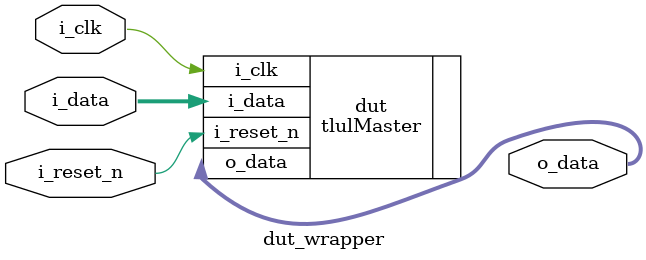
<source format=sv>
`timescale 1ps/1ps

module dut_wrapper(
    input wire i_clk,
    input wire i_reset_n,
    input wire [7:0] i_data,
    output wire [7:0] o_data
);

tlulMaster dut (
    .i_clk(i_clk),
    .i_reset_n(i_reset_n),
    .i_data(i_data),
    .o_data(o_data)
);

endmodule
</source>
